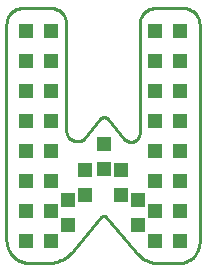
<source format=gtp>
G75*
%MOIN*%
%OFA0B0*%
%FSLAX24Y24*%
%IPPOS*%
%LPD*%
%AMOC8*
5,1,8,0,0,1.08239X$1,22.5*
%
%ADD10C,0.0100*%
%ADD11R,0.0472X0.0472*%
D10*
X002517Y003317D02*
X002517Y010475D01*
X002519Y010520D01*
X002524Y010564D01*
X002534Y010608D01*
X002546Y010651D01*
X002563Y010692D01*
X002582Y010732D01*
X002605Y010771D01*
X002631Y010807D01*
X002660Y010841D01*
X002692Y010873D01*
X002726Y010902D01*
X002762Y010928D01*
X002801Y010951D01*
X002841Y010970D01*
X002882Y010987D01*
X002925Y010999D01*
X002969Y011009D01*
X003013Y011014D01*
X003058Y011016D01*
X003058Y011017D02*
X003997Y011017D01*
X004043Y011013D01*
X004088Y011004D01*
X004132Y010993D01*
X004175Y010977D01*
X004216Y010958D01*
X004256Y010936D01*
X004294Y010910D01*
X004329Y010882D01*
X004362Y010850D01*
X004393Y010816D01*
X004420Y010780D01*
X004444Y010741D01*
X004466Y010701D01*
X004483Y010659D01*
X004497Y010615D01*
X004508Y010571D01*
X004515Y010526D01*
X004518Y010480D01*
X004517Y010435D01*
X004517Y006954D01*
X004516Y006954D02*
X004515Y006918D01*
X004517Y006882D01*
X004523Y006847D01*
X004533Y006812D01*
X004546Y006779D01*
X004562Y006747D01*
X004582Y006717D01*
X004605Y006689D01*
X004630Y006663D01*
X004658Y006641D01*
X004688Y006621D01*
X004719Y006604D01*
X004753Y006591D01*
X004787Y006581D01*
X004823Y006575D01*
X004859Y006572D01*
X004895Y006573D01*
X004930Y006578D01*
X004965Y006586D01*
X004999Y006598D01*
X005032Y006614D01*
X005062Y006632D01*
X005091Y006654D01*
X005634Y007322D01*
X005654Y007340D01*
X005677Y007354D01*
X005701Y007365D01*
X005727Y007373D01*
X005754Y007377D01*
X005780Y007377D01*
X005807Y007373D01*
X005833Y007365D01*
X005857Y007354D01*
X005880Y007340D01*
X005900Y007322D01*
X005899Y007322D02*
X006452Y006644D01*
X006475Y006621D01*
X006500Y006601D01*
X006528Y006584D01*
X006557Y006571D01*
X006588Y006560D01*
X006620Y006554D01*
X006652Y006550D01*
X006684Y006551D01*
X006717Y006555D01*
X006748Y006562D01*
X006779Y006573D01*
X006808Y006588D01*
X006835Y006605D01*
X006860Y006626D01*
X006883Y006649D01*
X006903Y006674D01*
X006920Y006702D01*
X006933Y006731D01*
X006944Y006762D01*
X006950Y006794D01*
X006954Y006826D01*
X006954Y010488D01*
X006955Y010488D02*
X006957Y010532D01*
X006962Y010575D01*
X006971Y010618D01*
X006984Y010659D01*
X006999Y010700D01*
X007019Y010739D01*
X007041Y010777D01*
X007066Y010812D01*
X007095Y010846D01*
X007125Y010876D01*
X007159Y010905D01*
X007194Y010930D01*
X007232Y010952D01*
X007271Y010972D01*
X007312Y010987D01*
X007353Y011000D01*
X007396Y011009D01*
X007439Y011014D01*
X007483Y011016D01*
X007483Y011017D02*
X008426Y011017D01*
X008426Y011016D02*
X008472Y011012D01*
X008518Y011003D01*
X008563Y010991D01*
X008606Y010976D01*
X008648Y010956D01*
X008689Y010934D01*
X008727Y010908D01*
X008763Y010879D01*
X008797Y010847D01*
X008828Y010813D01*
X008855Y010776D01*
X008880Y010737D01*
X008902Y010696D01*
X008920Y010653D01*
X008934Y010609D01*
X008945Y010564D01*
X008952Y010518D01*
X008955Y010472D01*
X008954Y010426D01*
X008954Y003290D01*
X008306Y002517D02*
X007469Y002517D01*
X006811Y002910D02*
X005847Y004061D01*
X005848Y004062D02*
X005838Y004069D01*
X005827Y004075D01*
X005815Y004079D01*
X005803Y004080D01*
X005678Y004053D02*
X004762Y002950D01*
X004008Y002517D02*
X003255Y002517D01*
X003200Y002521D01*
X003146Y002529D01*
X003092Y002541D01*
X003039Y002557D01*
X002988Y002576D01*
X002938Y002599D01*
X002890Y002626D01*
X002844Y002656D01*
X002800Y002689D01*
X002759Y002725D01*
X002720Y002764D01*
X002684Y002806D01*
X002651Y002850D01*
X002622Y002896D01*
X002596Y002945D01*
X002573Y002995D01*
X002554Y003046D01*
X002539Y003099D01*
X002528Y003153D01*
X002520Y003207D01*
X002516Y003262D01*
X002517Y003317D01*
X004008Y002516D02*
X004071Y002526D01*
X004133Y002540D01*
X004194Y002557D01*
X004255Y002577D01*
X004314Y002601D01*
X004372Y002628D01*
X004428Y002658D01*
X004482Y002691D01*
X004535Y002727D01*
X004585Y002767D01*
X004633Y002809D01*
X004679Y002853D01*
X004722Y002900D01*
X004762Y002950D01*
X005678Y004053D02*
X005697Y004064D01*
X005717Y004073D01*
X005738Y004079D01*
X005760Y004082D01*
X005782Y004082D01*
X005803Y004079D01*
X006811Y002910D02*
X006848Y002862D01*
X006889Y002817D01*
X006932Y002775D01*
X006977Y002735D01*
X007025Y002698D01*
X007075Y002664D01*
X007127Y002633D01*
X007180Y002605D01*
X007236Y002580D01*
X007292Y002559D01*
X007350Y002541D01*
X007409Y002527D01*
X007468Y002517D01*
X008306Y002517D02*
X008357Y002523D01*
X008407Y002533D01*
X008456Y002546D01*
X008504Y002563D01*
X008551Y002583D01*
X008596Y002607D01*
X008639Y002634D01*
X008681Y002663D01*
X008720Y002696D01*
X008756Y002731D01*
X008790Y002769D01*
X008822Y002809D01*
X008850Y002851D01*
X008875Y002896D01*
X008897Y002941D01*
X008916Y002989D01*
X008931Y003037D01*
X008943Y003087D01*
X008951Y003137D01*
X008956Y003188D01*
X008957Y003239D01*
X008954Y003289D01*
D11*
X008305Y003267D03*
X007478Y003267D03*
X006892Y003791D03*
X007478Y004267D03*
X006892Y004618D03*
X006329Y004791D03*
X006329Y005618D03*
X005767Y005666D03*
X005142Y005618D03*
X005142Y004791D03*
X004579Y004618D03*
X003993Y004267D03*
X004579Y003791D03*
X003993Y003267D03*
X003166Y003267D03*
X003166Y004267D03*
X003166Y005267D03*
X003993Y005267D03*
X003993Y006267D03*
X003166Y006267D03*
X003166Y007267D03*
X003993Y007267D03*
X003993Y008267D03*
X003166Y008267D03*
X003166Y009267D03*
X003993Y009267D03*
X003993Y010267D03*
X003166Y010267D03*
X005767Y006493D03*
X007478Y006267D03*
X008305Y006267D03*
X008305Y007267D03*
X007478Y007267D03*
X007478Y008267D03*
X008305Y008267D03*
X008305Y009267D03*
X007478Y009267D03*
X007478Y010267D03*
X008305Y010267D03*
X008305Y005267D03*
X007478Y005267D03*
X008305Y004267D03*
M02*

</source>
